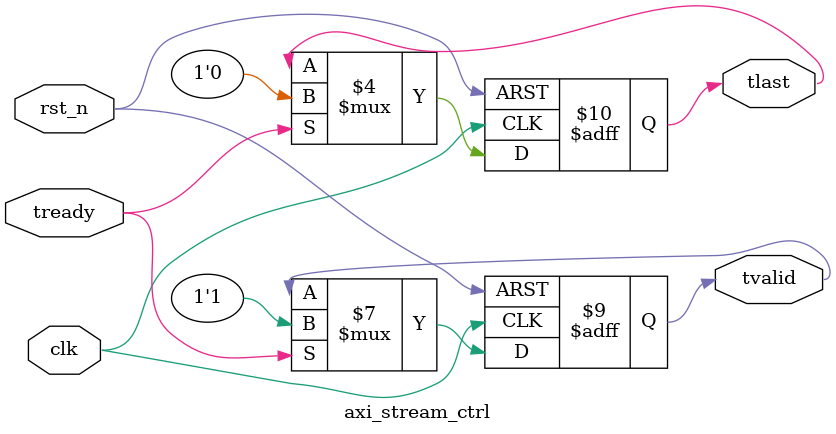
<source format=sv>
module bit_sliced_rng_axi_stream (
    input  wire         clk,
    input  wire         rst_n,
    output wire [31:0]  m_axis_tdata,
    output wire         m_axis_tvalid,
    input  wire         m_axis_tready,
    output wire         m_axis_tlast
);

    // Internal LFSR outputs
    wire [7:0] lfsr_slice0_out;
    wire [7:0] lfsr_slice1_out;
    wire [7:0] lfsr_slice2_out;
    wire [7:0] lfsr_slice3_out;

    // Internal AXI Stream signals
    wire        tvalid_out;
    wire        tlast_out;

    // LFSR Slices (Parameterizable, functionally identical except taps/init)
    lfsr8_slice #(
        .INIT_VALUE (8'h1),
        .TAP_MASK   (8'b10111000) // taps: [7] [5] [4] [3]
    ) u_lfsr_slice0 (
        .clk        (clk),
        .rst_n      (rst_n),
        .enable     (m_axis_tready),
        .lfsr_out   (lfsr_slice0_out)
    );

    lfsr8_slice #(
        .INIT_VALUE (8'h2),
        .TAP_MASK   (8'b11000011) // taps: [7] [6] [1] [0]
    ) u_lfsr_slice1 (
        .clk        (clk),
        .rst_n      (rst_n),
        .enable     (m_axis_tready),
        .lfsr_out   (lfsr_slice1_out)
    );

    lfsr8_slice #(
        .INIT_VALUE (8'h4),
        .TAP_MASK   (8'b11100001) // taps: [7] [6] [5] [0]
    ) u_lfsr_slice2 (
        .clk        (clk),
        .rst_n      (rst_n),
        .enable     (m_axis_tready),
        .lfsr_out   (lfsr_slice2_out)
    );

    lfsr8_slice #(
        .INIT_VALUE (8'h8),
        .TAP_MASK   (8'b10001110) // taps: [7] [3] [2] [1]
    ) u_lfsr_slice3 (
        .clk        (clk),
        .rst_n      (rst_n),
        .enable     (m_axis_tready),
        .lfsr_out   (lfsr_slice3_out)
    );

    // AXI Stream control logic
    axi_stream_ctrl u_axi_stream_ctrl (
        .clk             (clk),
        .rst_n           (rst_n),
        .tready          (m_axis_tready),
        .tvalid          (tvalid_out),
        .tlast           (tlast_out)
    );

    // Output assignments
    assign m_axis_tdata  = {lfsr_slice3_out, lfsr_slice2_out, lfsr_slice1_out, lfsr_slice0_out};
    assign m_axis_tvalid = tvalid_out;
    assign m_axis_tlast  = tlast_out;

endmodule

//-----------------------------------------------------------------------------

// 8-bit LFSR Slice Module (parameterized taps and initial value)
// TAP_MASK: bit position 1 for tap, 0 for no tap. [7:0] corresponds to lfsr[7:0]
module lfsr8_slice #(
    parameter [7:0] INIT_VALUE = 8'h1,
    parameter [7:0] TAP_MASK   = 8'b00000000
) (
    input  wire       clk,
    input  wire       rst_n,
    input  wire       enable,
    output reg [7:0]  lfsr_out
);
    // Compute feedback bit based on TAP_MASK
    wire feedback;
    assign feedback = ^(lfsr_out & TAP_MASK);

    // Sequential LFSR update
    always @(posedge clk or negedge rst_n) begin
        if (!rst_n) begin
            lfsr_out <= INIT_VALUE;
        end else if (enable) begin
            lfsr_out <= {lfsr_out[6:0], feedback};
        end
    end
endmodule

//-----------------------------------------------------------------------------

// AXI Stream Control Logic Module
// Generates tvalid and tlast signals for continuous streaming
module axi_stream_ctrl (
    input  wire clk,
    input  wire rst_n,
    input  wire tready,
    output reg  tvalid,
    output reg  tlast
);
    always @(posedge clk or negedge rst_n) begin
        if (!rst_n) begin
            tvalid <= 1'b0;
            tlast  <= 1'b0;
        end else if (tready) begin
            tvalid <= 1'b1;
            tlast  <= 1'b0; // For continuous streaming, TLAST is held low
        end else begin
            tvalid <= tvalid;
            tlast  <= tlast;
        end
    end
endmodule
</source>
